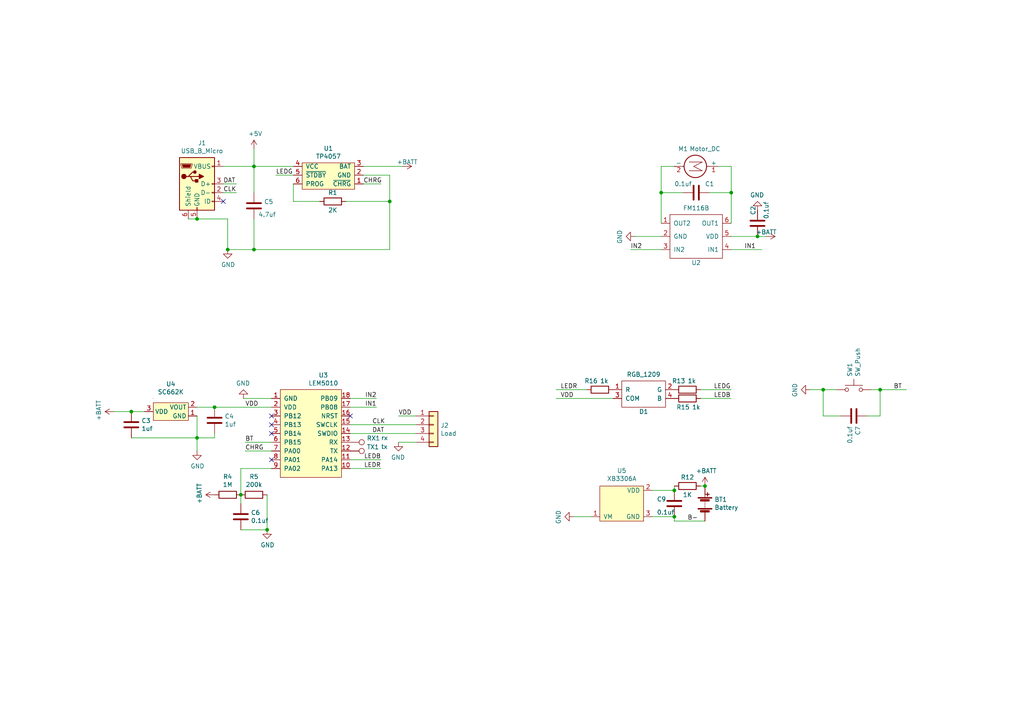
<source format=kicad_sch>
(kicad_sch (version 20211123) (generator eeschema)
  (paper "A4")
  (title_block (title "BlueLock") (rev "1.0") (company "macronum"))
  (lib_symbols
    (symbol "Connector:TestPoint" (pin_numbers hide) (pin_names (offset 0.762) hide)
      (property "Reference" "TP" (at 0 6.858 0))
      (property "Value" "TestPoint" (at 0 5.08 0))
      (symbol "TestPoint_0_1"
        (circle (center 0 3.302) (radius 0.762))
      )
      (symbol "TestPoint_1_1"
        (pin passive line (at 0 0 90) (length 2.54) (name "1") (number "1"))
      )
    )
    (symbol "Connector:USB_B_Micro" (pin_names (offset 1.016))
      (property "Reference" "J" (at -5.08 11.43 0))
      (property "Value" "USB_B_Micro" (at -5.08 8.89 0))
      (symbol "USB_B_Micro_0_1"
        (rectangle (start -5.08 -7.62) (end 5.08 7.62) (stroke (width 0.254)) (fill (type background)))
        (circle (center -3.81 2.159) (radius 0.635) (stroke (width 0.254)) (fill (type outline)))
        (circle (center -0.635 3.429) (radius 0.381) (stroke (width 0.254)) (fill (type outline)))
        (rectangle (start -0.127 -7.62) (end 0.127 -6.858))
        (polyline (pts (xy -1.905 2.159) (xy 0.635 2.159)) (stroke (width 0.254)))
        (polyline (pts (xy -3.175 2.159) (xy -2.54 2.159) (xy -1.27 3.429) (xy -0.635 3.429)) (stroke (width 0.254)))
        (polyline (pts (xy -2.54 2.159) (xy -1.905 2.159) (xy -1.27 0.889) (xy 0 0.889)) (stroke (width 0.254)))
        (polyline (pts (xy 0.635 2.794) (xy 0.635 1.524) (xy 1.905 2.159) (xy 0.635 2.794)) (stroke (width 0.254)) (fill (type outline)))
        (polyline (pts (xy -4.318 5.588) (xy -1.778 5.588) (xy -2.032 4.826) (xy -4.064 4.826) (xy -4.318 5.588)) (fill (type outline)))
        (polyline (pts (xy -4.699 5.842) (xy -4.699 5.588) (xy -4.445 4.826) (xy -4.445 4.572) (xy -1.651 4.572) (xy -1.651 4.826) (xy -1.397 5.588) (xy -1.397 5.842) (xy -4.699 5.842)))
        (rectangle (start 0.254 1.27) (end -0.508 0.508) (stroke (width 0.254)) (fill (type outline)))
        (rectangle (start 5.08 -5.207) (end 4.318 -4.953))
        (rectangle (start 5.08 -2.667) (end 4.318 -2.413))
        (rectangle (start 5.08 -0.127) (end 4.318 0.127))
        (rectangle (start 5.08 4.953) (end 4.318 5.207))
      )
      (symbol "USB_B_Micro_1_1"
        (pin power_out line (at 7.62 5.08 180) (length 2.54) (name "VBUS") (number "1"))
        (pin bidirectional line (at 7.62 -2.54 180) (length 2.54) (name "D-") (number "2"))
        (pin bidirectional line (at 7.62 0 180) (length 2.54) (name "D+") (number "3"))
        (pin passive line (at 7.62 -5.08 180) (length 2.54) (name "ID") (number "4"))
        (pin power_out line (at 0 -10.16 90) (length 2.54) (name "GND") (number "5"))
        (pin passive line (at -2.54 -10.16 90) (length 2.54) (name "Shield") (number "6"))
      )
    )
    (symbol "Connector_Generic:Conn_01x04" (pin_names (offset 1.016) hide)
      (property "Reference" "J" (at 0 5.08 0))
      (property "Value" "Conn_01x04" (at 0 -7.62 0))
      (symbol "Conn_01x04_1_1"
        (rectangle (start -1.27 -4.953) (end 0 -5.207) (stroke (width 0.1524)))
        (rectangle (start -1.27 -2.413) (end 0 -2.667) (stroke (width 0.1524)))
        (rectangle (start -1.27 0.127) (end 0 -0.127) (stroke (width 0.1524)))
        (rectangle (start -1.27 2.667) (end 0 2.413) (stroke (width 0.1524)))
        (rectangle (start -1.27 3.81) (end 1.27 -6.35) (stroke (width 0.254)) (fill (type background)))
        (pin passive line (at -5.08 2.54 0) (length 3.81) (name "Pin_1") (number "1"))
        (pin passive line (at -5.08 0 0) (length 3.81) (name "Pin_2") (number "2"))
        (pin passive line (at -5.08 -2.54 0) (length 3.81) (name "Pin_3") (number "3"))
        (pin passive line (at -5.08 -5.08 0) (length 3.81) (name "Pin_4") (number "4"))
      )
    )
    (symbol "Custom:FM116B" (pin_names (offset 1.016))
      (property "Reference" "U" (at 0 -7.62 0))
      (property "Value" "Custom_FM116B" (at 0 7.62 0))
      (symbol "FM116B_0_0"
        (pin unspecified line (at -10.16 0 0) (length 2.54) (name "GND") (number "2"))
        (pin unspecified line (at -10.16 -3.81 0) (length 2.54) (name "IN2") (number "3"))
        (pin unspecified line (at 10.16 -3.81 180) (length 2.54) (name "IN1") (number "4"))
        (pin unspecified line (at 10.16 0 180) (length 2.54) (name "VDD") (number "5"))
        (pin unspecified line (at 10.16 3.81 180) (length 2.54) (name "OUT1") (number "6"))
      )
      (symbol "FM116B_0_1"
        (rectangle (start -7.62 6.35) (end 7.62 -6.35))
      )
      (symbol "FM116B_1_1"
        (pin unspecified line (at -10.16 3.81 0) (length 2.54) (name "OUT2") (number "1"))
      )
    )
    (symbol "Custom:LEM5010" (pin_names (offset 1.016))
      (property "Reference" "U" (at 0 13.97 0))
      (property "Value" "Custom_LEM5010" (at 0 -13.97 0))
      (symbol "LEM5010_0_1"
        (rectangle (start -8.89 12.7) (end 8.89 -12.7) (fill (type background)))
        (rectangle (start 19.05 -6.35) (end 19.05 -6.35))
      )
      (symbol "LEM5010_1_1"
        (pin power_in line (at -11.43 10.16 0) (length 2.54) (name "GND") (number "1"))
        (pin bidirectional line (at 11.43 -10.16 180) (length 2.54) (name "PA13") (number "10"))
        (pin bidirectional line (at 11.43 -7.62 180) (length 2.54) (name "PA14") (number "11"))
        (pin bidirectional line (at 11.43 -5.08 180) (length 2.54) (name "TX") (number "12"))
        (pin bidirectional line (at 11.43 -2.54 180) (length 2.54) (name "RX") (number "13"))
        (pin bidirectional line (at 11.43 0 180) (length 2.54) (name "SWDIO") (number "14"))
        (pin bidirectional line (at 11.43 2.54 180) (length 2.54) (name "SWCLK") (number "15"))
        (pin bidirectional line (at 11.43 5.08 180) (length 2.54) (name "NRST") (number "16"))
        (pin bidirectional line (at 11.43 7.62 180) (length 2.54) (name "PB08") (number "17"))
        (pin bidirectional line (at 11.43 10.16 180) (length 2.54) (name "PB09") (number "18"))
        (pin power_in line (at -11.43 7.62 0) (length 2.54) (name "VDD") (number "2"))
        (pin bidirectional line (at -11.43 5.08 0) (length 2.54) (name "PB12") (number "3"))
        (pin bidirectional line (at -11.43 2.54 0) (length 2.54) (name "PB13") (number "4"))
        (pin bidirectional line (at -11.43 0 0) (length 2.54) (name "PB14") (number "5"))
        (pin bidirectional line (at -11.43 -2.54 0) (length 2.54) (name "PB15") (number "6"))
        (pin bidirectional line (at -11.43 -5.08 0) (length 2.54) (name "PA00") (number "7"))
        (pin bidirectional line (at -11.43 -7.62 0) (length 2.54) (name "PA01") (number "8"))
        (pin bidirectional line (at -11.43 -10.16 0) (length 2.54) (name "PA02") (number "9"))
      )
    )
    (symbol "Custom:RGB_1209" (pin_names (offset 1.016))
      (property "Reference" "D" (at 0 -5.08 0))
      (property "Value" "Custom_RGB_1209" (at 0 5.08 0))
      (symbol "RGB_1209_0_0"
        (pin bidirectional line (at 8.89 1.27 180) (length 2.54) (name "G") (number "2"))
        (pin bidirectional line (at -8.89 -1.27 0) (length 2.54) (name "COM") (number "3"))
        (pin bidirectional line (at 8.89 -1.27 180) (length 2.54) (name "B") (number "4"))
      )
      (symbol "RGB_1209_0_1"
        (rectangle (start -6.35 3.81) (end 6.35 -3.81))
      )
      (symbol "RGB_1209_1_1"
        (pin bidirectional line (at -8.89 1.27 0) (length 2.54) (name "R") (number "1"))
      )
    )
    (symbol "Custom:SC662K"
      (property "Reference" "U" (at 0 5.08 0))
      (property "Value" "Custom_SC662K" (at 0 -2.54 0))
      (symbol "SC662K_0_1"
        (rectangle (start -5.08 3.81) (end 5.08 -1.27) (fill (type background)))
        (rectangle (start 5.08 -2.54) (end 5.08 -2.54))
      )
      (symbol "SC662K_1_1"
        (pin power_in line (at -7.62 2.54 0) (length 2.54) (name "GND") (number "1"))
        (pin power_out line (at -7.62 0 0) (length 2.54) (name "VOUT") (number "2"))
        (pin power_in line (at 7.62 1.27 180) (length 2.54) (name "VDD") (number "3"))
      )
    )
    (symbol "Custom:TP4057" (pin_names (offset 1.016))
      (property "Reference" "U" (at 0 5.08 0))
      (property "Value" "Custom_TP4057" (at 0 -5.08 0))
      (symbol "TP4057_0_1"
        (rectangle (start -7.62 4.064) (end 7.62 -3.556) (fill (type background)))
      )
      (symbol "TP4057_1_1"
        (pin output line (at -10.16 2.54 0) (length 2.54) (name "~{CHRG}") (number "1"))
        (pin power_in line (at -10.16 0 0) (length 2.54) (name "GND") (number "2"))
        (pin power_out line (at -10.16 -2.54 0) (length 2.54) (name "BAT") (number "3"))
        (pin power_in line (at 10.16 -2.54 180) (length 2.54) (name "VCC") (number "4"))
        (pin output line (at 10.16 0 180) (length 2.54) (name "~{STDBY}") (number "5"))
        (pin bidirectional line (at 10.16 2.54 180) (length 2.54) (name "PROG") (number "6"))
      )
    )
    (symbol "Custom:XB3306A" (pin_names (offset 1.016))
      (property "Reference" "U" (at 0 6.35 0))
      (property "Value" "Custom_XB3306A" (at 0 -6.35 0))
      (symbol "XB3306A_0_1"
        (rectangle (start -6.35 5.08) (end 6.35 -5.08) (fill (type background)))
      )
      (symbol "XB3306A_1_1"
        (pin power_out line (at -8.89 -3.81 0) (length 2.54) (name "VM") (number "1"))
        (pin power_in line (at 8.89 3.81 180) (length 2.54) (name "VDD") (number "2"))
        (pin power_in line (at 8.89 -3.81 180) (length 2.54) (name "GND") (number "3"))
      )
    )
    (symbol "Device:Battery" (pin_numbers hide) (pin_names (offset 0) hide)
      (property "Reference" "BT" (at 2.54 2.54 0))
      (property "Value" "Battery" (at 2.54 0 0))
      (symbol "Battery_0_1"
        (rectangle (start -2.032 -1.397) (end 2.032 -1.651) (fill (type outline)))
        (rectangle (start -2.032 1.778) (end 2.032 1.524) (fill (type outline)))
        (rectangle (start -1.3208 -1.9812) (end 1.27 -2.4892) (fill (type outline)))
        (rectangle (start -1.3208 1.1938) (end 1.27 0.6858) (fill (type outline)))
        (polyline (pts (xy 0 -1.524) (xy 0 -1.27)))
        (polyline (pts (xy 0 -1.016) (xy 0 -0.762)))
        (polyline (pts (xy 0 -0.508) (xy 0 -0.254)))
        (polyline (pts (xy 0 0) (xy 0 0.254)))
        (polyline (pts (xy 0 0.508) (xy 0 0.762)))
        (polyline (pts (xy 0 1.778) (xy 0 2.54)))
        (polyline (pts (xy 0.254 2.667) (xy 1.27 2.667)) (stroke (width 0.254)))
        (polyline (pts (xy 0.762 3.175) (xy 0.762 2.159)) (stroke (width 0.254)))
      )
      (symbol "Battery_1_1"
        (pin passive line (at 0 5.08 270) (length 2.54) (name "+") (number "1"))
        (pin passive line (at 0 -5.08 90) (length 2.54) (name "-") (number "2"))
      )
    )
    (symbol "Device:C" (pin_numbers hide) (pin_names (offset 0.254))
      (property "Reference" "C" (at 0.635 2.54 0))
      (property "Value" "C" (at 0.635 -2.54 0))
      (symbol "C_0_1"
        (polyline (pts (xy -2.032 -0.762) (xy 2.032 -0.762)) (stroke (width 0.508)))
        (polyline (pts (xy -2.032 0.762) (xy 2.032 0.762)) (stroke (width 0.508)))
      )
      (symbol "C_1_1"
        (pin passive line (at 0 3.81 270) (length 2.794) (name "~") (number "1"))
        (pin passive line (at 0 -3.81 90) (length 2.794) (name "~") (number "2"))
      )
    )
    (symbol "Device:R" (pin_numbers hide) (pin_names (offset 0))
      (property "Reference" "R" (at 2.032 0 90))
      (property "Value" "R" (at 0 0 90))
      (symbol "R_0_1"
        (rectangle (start -1.016 -2.54) (end 1.016 2.54) (stroke (width 0.254)))
      )
      (symbol "R_1_1"
        (pin passive line (at 0 3.81 270) (length 1.27) (name "~") (number "1"))
        (pin passive line (at 0 -3.81 90) (length 1.27) (name "~") (number "2"))
      )
    )
    (symbol "Motor:Motor_DC" (pin_names (offset 0))
      (property "Reference" "M" (at 2.54 2.54 0))
      (property "Value" "Motor_DC" (at 2.54 -5.08 0))
      (symbol "Motor_DC_0_0"
        (polyline (pts (xy -1.27 -3.302) (xy -1.27 0.508) (xy 0 -2.032) (xy 1.27 0.508) (xy 1.27 -3.302)))
      )
      (symbol "Motor_DC_0_1"
        (circle (center 0 -1.524) (radius 3.2512) (stroke (width 0.254)))
        (polyline (pts (xy 0 -7.62) (xy 0 -7.112)))
        (polyline (pts (xy 0 -4.7752) (xy 0 -5.1816)))
        (polyline (pts (xy 0 1.7272) (xy 0 2.0828)))
        (polyline (pts (xy 0 2.032) (xy 0 2.54)))
      )
      (symbol "Motor_DC_1_1"
        (pin passive line (at 0 5.08 270) (length 2.54) (name "+") (number "1"))
        (pin passive line (at 0 -7.62 90) (length 2.54) (name "-") (number "2"))
      )
    )
    (symbol "Switch:SW_Push" (pin_numbers hide) (pin_names (offset 1.016) hide)
      (property "Reference" "SW" (at 1.27 2.54 0))
      (property "Value" "SW_Push" (at 0 -1.524 0))
      (symbol "SW_Push_0_1"
        (circle (center -2.032 0) (radius 0.508))
        (polyline (pts (xy 0 1.27) (xy 0 3.048)))
        (polyline (pts (xy 2.54 1.27) (xy -2.54 1.27)))
        (circle (center 2.032 0) (radius 0.508))
        (pin passive line (at -5.08 0 0) (length 2.54) (name "1") (number "1"))
        (pin passive line (at 5.08 0 180) (length 2.54) (name "2") (number "2"))
      )
    )
    (symbol "power:+5V" (power) (pin_names (offset 0))
      (property "Value" "+5V" (at 0 3.556 0))
      (symbol "+5V_0_1"
        (polyline (pts (xy -0.762 1.27) (xy 0 2.54)))
        (polyline (pts (xy 0 0) (xy 0 2.54)))
        (polyline (pts (xy 0 2.54) (xy 0.762 1.27)))
      )
      (symbol "+5V_1_1"
        (pin power_in line (at 0 0 90) (length 0) hide (name "+5V") (number "1"))
      )
    )
    (symbol "power:+BATT" (power) (pin_names (offset 0))
      (property "Value" "+BATT" (at 0 3.556 0))
      (symbol "+BATT_0_1"
        (polyline (pts (xy -0.762 1.27) (xy 0 2.54)))
        (polyline (pts (xy 0 0) (xy 0 2.54)))
        (polyline (pts (xy 0 2.54) (xy 0.762 1.27)))
      )
      (symbol "+BATT_1_1"
        (pin power_in line (at 0 0 90) (length 0) hide (name "+BATT") (number "1"))
      )
    )
    (symbol "power:GND" (power) (pin_names (offset 0))
      (property "Value" "GND" (at 0 -3.81 0))
      (symbol "GND_0_1"
        (polyline (pts (xy 0 0) (xy 0 -1.27) (xy 1.27 -1.27) (xy 0 -2.54) (xy -1.27 -1.27) (xy 0 -1.27)))
      )
      (symbol "GND_1_1"
        (pin power_in line (at 0 0 270) (length 0) hide (name "GND") (number "1"))
      )
    )
  )
  (junction (at 255.27 113.03))
  (junction (at 73.66 72.39))
  (junction (at 238.76 113.03))
  (junction (at 219.71 68.58))
  (junction (at 62.23 118.11))
  (junction (at 204.47 140.97))
  (junction (at 69.85 143.51))
  (junction (at 195.58 149.86))
  (junction (at 77.47 153.67))
  (junction (at 66.04 72.39))
  (junction (at 73.66 48.26))
  (junction (at 191.77 55.88))
  (junction (at 57.15 63.5))
  (junction (at 195.58 142.24))
  (junction (at 57.15 127))
  (junction (at 38.1 119.38))
  (junction (at 113.03 58.42))
  (junction (at 212.09 55.88))
  (no_connect (at 78.74 120.65))
  (no_connect (at 101.6 120.65))
  (no_connect (at 78.74 125.73))
  (no_connect (at 64.77 58.42))
  (no_connect (at 78.74 123.19))
  (no_connect (at 78.74 133.35))
  (wire (pts (xy 85.09 58.42) (xy 92.71 58.42)))
  (wire (pts (xy 69.85 153.67) (xy 77.47 153.67)))
  (wire (pts (xy 203.2 140.97) (xy 204.47 140.97)))
  (wire (pts (xy 113.03 50.8) (xy 113.03 58.42)))
  (wire (pts (xy 234.95 113.03) (xy 238.76 113.03)))
  (wire (pts (xy 252.73 113.03) (xy 255.27 113.03)))
  (wire (pts (xy 64.77 55.88) (xy 68.58 55.88)))
  (wire (pts (xy 70.612 115.57) (xy 78.74 115.57)))
  (wire (pts (xy 33.02 119.38) (xy 38.1 119.38)))
  (wire (pts (xy 57.15 127) (xy 62.23 127)))
  (wire (pts (xy 105.41 53.34) (xy 110.49 53.34)))
  (wire (pts (xy 38.1 119.38) (xy 41.91 119.38)))
  (wire (pts (xy 73.66 48.26) (xy 85.09 48.26)))
  (wire (pts (xy 238.76 113.03) (xy 242.57 113.03)))
  (wire (pts (xy 101.6 123.19) (xy 120.65 123.19)))
  (wire (pts (xy 184.15 68.58) (xy 191.77 68.58)))
  (wire (pts (xy 195.58 151.13) (xy 204.47 151.13)))
  (wire (pts (xy 189.23 149.86) (xy 195.58 149.86)))
  (wire (pts (xy 54.61 63.5) (xy 57.15 63.5)))
  (wire (pts (xy 170.18 113.03) (xy 161.29 113.03)))
  (wire (pts (xy 101.6 133.35) (xy 110.49 133.35)))
  (wire (pts (xy 38.1 127) (xy 57.15 127)))
  (wire (pts (xy 255.27 120.65) (xy 255.27 113.03)))
  (wire (pts (xy 100.33 58.42) (xy 113.03 58.42)))
  (wire (pts (xy 203.2 113.03) (xy 212.09 113.03)))
  (wire (pts (xy 177.8 115.57) (xy 161.29 115.57)))
  (wire (pts (xy 66.04 63.5) (xy 57.15 63.5)))
  (wire (pts (xy 71.12 128.27) (xy 78.74 128.27)))
  (wire (pts (xy 166.37 149.86) (xy 171.45 149.86)))
  (wire (pts (xy 182.88 72.39) (xy 191.77 72.39)))
  (wire (pts (xy 238.76 120.65) (xy 238.76 113.03)))
  (wire (pts (xy 115.57 128.27) (xy 120.65 128.27)))
  (wire (pts (xy 243.84 120.65) (xy 238.76 120.65)))
  (wire (pts (xy 57.15 118.11) (xy 62.23 118.11)))
  (wire (pts (xy 109.22 118.11) (xy 101.6 118.11)))
  (wire (pts (xy 191.77 55.88) (xy 191.77 48.26)))
  (wire (pts (xy 191.77 48.26) (xy 195.58 48.26)))
  (wire (pts (xy 212.09 64.77) (xy 212.09 55.88)))
  (wire (pts (xy 69.85 135.89) (xy 78.74 135.89)))
  (wire (pts (xy 73.66 63.5) (xy 73.66 72.39)))
  (wire (pts (xy 212.09 48.26) (xy 208.28 48.26)))
  (wire (pts (xy 101.6 125.73) (xy 120.65 125.73)))
  (wire (pts (xy 203.2 115.57) (xy 212.09 115.57)))
  (wire (pts (xy 73.66 72.39) (xy 113.03 72.39)))
  (wire (pts (xy 105.41 50.8) (xy 113.03 50.8)))
  (wire (pts (xy 251.46 120.65) (xy 255.27 120.65)))
  (wire (pts (xy 195.58 149.86) (xy 195.58 151.13)))
  (wire (pts (xy 219.71 68.58) (xy 222.25 68.58)))
  (wire (pts (xy 57.15 127) (xy 57.15 130.81)))
  (wire (pts (xy 57.15 120.65) (xy 57.15 127)))
  (wire (pts (xy 73.66 48.26) (xy 73.66 55.88)))
  (wire (pts (xy 191.77 55.88) (xy 198.12 55.88)))
  (wire (pts (xy 255.27 113.03) (xy 262.89 113.03)))
  (wire (pts (xy 212.09 55.88) (xy 212.09 48.26)))
  (wire (pts (xy 115.57 120.65) (xy 120.65 120.65)))
  (wire (pts (xy 66.04 72.39) (xy 73.66 72.39)))
  (wire (pts (xy 105.41 48.26) (xy 116.84 48.26)))
  (wire (pts (xy 80.01 50.8) (xy 85.09 50.8)))
  (wire (pts (xy 71.12 130.81) (xy 78.74 130.81)))
  (wire (pts (xy 195.58 142.24) (xy 195.58 140.97)))
  (wire (pts (xy 189.23 142.24) (xy 195.58 142.24)))
  (wire (pts (xy 66.04 63.5) (xy 66.04 72.39)))
  (wire (pts (xy 77.47 153.67) (xy 77.47 143.51)))
  (wire (pts (xy 109.22 115.57) (xy 101.6 115.57)))
  (wire (pts (xy 212.09 68.58) (xy 219.71 68.58)))
  (wire (pts (xy 69.85 146.05) (xy 69.85 143.51)))
  (wire (pts (xy 62.23 127) (xy 62.23 125.73)))
  (wire (pts (xy 73.66 48.26) (xy 73.66 43.18)))
  (wire (pts (xy 64.77 48.26) (xy 73.66 48.26)))
  (wire (pts (xy 69.85 143.51) (xy 69.85 135.89)))
  (wire (pts (xy 62.23 118.11) (xy 78.74 118.11)))
  (wire (pts (xy 64.77 53.34) (xy 68.58 53.34)))
  (wire (pts (xy 205.74 55.88) (xy 212.09 55.88)))
  (wire (pts (xy 212.09 72.39) (xy 220.98 72.39)))
  (wire (pts (xy 191.77 64.77) (xy 191.77 55.88)))
  (wire (pts (xy 85.09 53.34) (xy 85.09 58.42)))
  (wire (pts (xy 101.6 135.89) (xy 110.49 135.89)))
  (wire (pts (xy 113.03 58.42) (xy 113.03 72.39)))
  (label "BT" (at 261.62 113.03 180))
  (label "VDD" (at 115.57 120.65 0))
  (label "LEDR" (at 110.49 135.89 180))
  (label "VDD" (at 71.12 118.11 0))
  (label "B-" (at 199.39 151.13 0))
  (label "LEDB" (at 207.01 115.57 0))
  (label "IN2" (at 182.88 72.39 0))
  (label "IN1" (at 109.22 118.11 180))
  (label "DAT" (at 64.77 53.34 0))
  (label "DAT" (at 107.95 125.73 0))
  (label "LEDR" (at 162.56 113.03 0))
  (label "LEDG" (at 80.01 50.8 0))
  (label "LEDB" (at 110.49 133.35 180))
  (label "LEDG" (at 207.01 113.03 0))
  (label "IN1" (at 215.9 72.39 0))
  (label "CHRG" (at 105.41 53.34 0))
  (label "BT" (at 71.12 128.27 0))
  (label "VDD" (at 162.56 115.57 0))
  (label "CLK" (at 107.95 123.19 0))
  (label "IN2" (at 109.22 115.57 180))
  (label "CLK" (at 64.77 55.88 0))
  (label "CHRG" (at 71.12 130.81 0))
  (symbol (lib_id "Device:Battery") (at 204.47 146.05 0) (unit 1)
    (property "Reference" "BT1" (at 207.2132 144.8816 0) (effects (justify left)))
    (property "Value" "Battery" (at 207.2132 147.193 0) (effects (justify left)))
    (property "Footprint" "Custom:Pin_2_wide" (effects hide))
  )
  (symbol (lib_id "Custom:TP4057") (at 95.25 50.8 180) (unit 1)
    (property "Reference" "U1" (at 95.25 43.053 0))
    (property "Value" "TP4057" (at 95.25 45.3644 0))
    (property "Footprint" "Package_TO_SOT_SMD:SOT-23-6" (effects hide))
  )
  (symbol (lib_id "Device:R") (at 96.52 58.42 90) (unit 1)
    (property "Reference" "R1" (at 96.52 55.88 90))
    (property "Value" "2K" (at 96.52 60.96 90))
    (property "Footprint" "Resistor_SMD:R_0603_1608Metric" (effects hide))
  )
  (symbol (lib_id "Custom:LEM5010") (at 90.17 125.73 0) (unit 1)
    (property "Reference" "U3" (at 93.7768 108.839 0))
    (property "Value" "LEM5010" (at 93.7768 111.1504 0))
    (property "Footprint" "Custom:LEM5010" (effects hide))
  )
  (symbol (lib_id "power:GND") (at 70.612 115.57 180) (unit 1)
    (property "Reference" "#PWR0103" (effects hide))
    (property "Value" "GND" (at 70.485 111.1758 0))
  )
  (symbol (lib_id "power:+BATT") (at 116.84 48.26 270) (unit 1)
    (property "Reference" "#PWR0104" (effects hide))
    (property "Value" "+BATT" (at 118.11 46.99 90))
  )
  (symbol (lib_id "Connector_Generic:Conn_01x04") (at 125.73 123.19 0) (unit 1)
    (property "Reference" "J2" (at 127.762 123.3932 0) (effects (justify left)))
    (property "Value" "Load" (at 127.762 125.7046 0) (effects (justify left)))
    (property "Footprint" "Connector_PinHeader_2.54mm:PinHeader_1x04_P2.54mm_Vertical" (effects hide))
  )
  (symbol (lib_id "power:GND") (at 115.57 128.27 0) (mirror y) (unit 1)
    (property "Reference" "#PWR0107" (effects hide))
    (property "Value" "GND" (at 115.443 132.6642 0))
  )
  (symbol (lib_id "Device:C") (at 73.66 59.69 0) (unit 1)
    (property "Reference" "C5" (at 76.581 58.5216 0) (effects (justify left)))
    (property "Value" "4.7uf" (at 74.93 62.23 0) (effects (justify left)))
    (property "Footprint" "Capacitor_SMD:C_0603_1608Metric" (effects hide))
  )
  (symbol (lib_id "power:GND") (at 66.04 72.39 0) (unit 1)
    (property "Reference" "#PWR0108" (effects hide))
    (property "Value" "GND" (at 66.167 76.7842 0))
  )
  (symbol (lib_id "Custom:SC662K") (at 49.53 118.11 180) (unit 1)
    (property "Reference" "U4" (at 49.53 111.379 0))
    (property "Value" "SC662K" (at 49.53 113.6904 0))
    (property "Footprint" "Package_TO_SOT_SMD:SOT-23" (effects hide))
  )
  (symbol (lib_id "power:+BATT") (at 33.02 119.38 90) (unit 1)
    (property "Reference" "#PWR0105" (effects hide))
    (property "Value" "+BATT" (at 28.6258 118.999 0))
  )
  (symbol (lib_id "power:GND") (at 57.15 130.81 0) (unit 1)
    (property "Reference" "#PWR0106" (effects hide))
    (property "Value" "GND" (at 57.277 135.2042 0))
  )
  (symbol (lib_id "Device:C") (at 62.23 121.92 0) (unit 1)
    (property "Reference" "C4" (at 65.151 120.7516 0) (effects (justify left)))
    (property "Value" "1uf" (at 65.151 123.063 0) (effects (justify left)))
    (property "Footprint" "Capacitor_SMD:C_0603_1608Metric" (effects hide))
  )
  (symbol (lib_id "Device:C") (at 38.1 123.19 0) (unit 1)
    (property "Reference" "C3" (at 41.021 122.0216 0) (effects (justify left)))
    (property "Value" "1uf" (at 41.021 124.333 0) (effects (justify left)))
    (property "Footprint" "Capacitor_SMD:C_0603_1608Metric" (effects hide))
  )
  (symbol (lib_id "Device:R") (at 66.04 143.51 270) (unit 1)
    (property "Reference" "R4" (at 66.04 138.2522 90))
    (property "Value" "1M" (at 66.04 140.5636 90))
    (property "Footprint" "Resistor_SMD:R_0603_1608Metric" (effects hide))
  )
  (symbol (lib_id "Device:R") (at 73.66 143.51 270) (unit 1)
    (property "Reference" "R5" (at 73.66 138.2522 90))
    (property "Value" "200k" (at 73.66 140.5636 90))
    (property "Footprint" "Resistor_SMD:R_0603_1608Metric" (effects hide))
  )
  (symbol (lib_id "Device:C") (at 69.85 149.86 0) (unit 1)
    (property "Reference" "C6" (at 72.771 148.6916 0) (effects (justify left)))
    (property "Value" "0.1uf" (at 72.771 151.003 0) (effects (justify left)))
    (property "Footprint" "Capacitor_SMD:C_0603_1608Metric" (effects hide))
  )
  (symbol (lib_id "power:+BATT") (at 62.23 143.51 90) (unit 1)
    (property "Reference" "#PWR01" (effects hide))
    (property "Value" "+BATT" (at 57.8358 143.129 0))
  )
  (symbol (lib_id "power:GND") (at 77.47 153.67 0) (unit 1)
    (property "Reference" "#PWR02" (effects hide))
    (property "Value" "GND" (at 77.597 158.0642 0))
  )
  (symbol (lib_id "power:+5V") (at 73.66 43.18 0) (unit 1)
    (property "Reference" "#PWR0109" (effects hide))
    (property "Value" "+5V" (at 74.041 38.7858 0))
  )
  (symbol (lib_id "Motor:Motor_DC") (at 203.2 48.26 270) (unit 1)
    (property "Reference" "M1" (at 198.12 43.18 90))
    (property "Value" "Motor_DC" (at 204.47 43.18 90))
    (property "Footprint" "Custom:Pin_2_wide" (effects hide))
  )
  (symbol (lib_id "Connector:TestPoint") (at 101.6 128.27 270) (unit 1)
    (property "Reference" "RX1" (at 106.3752 127.1016 90) (effects (justify left)))
    (property "Value" "rx" (at 110.49 127 90) (effects (justify left)))
    (property "Footprint" "TestPoint:TestPoint_Pad_1.0x1.0mm" (effects hide))
  )
  (symbol (lib_id "Connector:TestPoint") (at 101.6 130.81 270) (unit 1)
    (property "Reference" "TX1" (at 106.3752 129.6416 90) (effects (justify left)))
    (property "Value" "tx" (at 110.49 129.54 90) (effects (justify left)))
    (property "Footprint" "TestPoint:TestPoint_Pad_1.0x1.0mm" (effects hide))
  )
  (symbol (lib_id "Device:R") (at 199.39 115.57 90) (unit 1)
    (property "Reference" "R15" (at 198.12 118.11 90))
    (property "Value" "1k" (at 201.93 118.11 90))
    (property "Footprint" "Resistor_SMD:R_0603_1608Metric" (effects hide))
  )
  (symbol (lib_id "Device:R") (at 173.99 113.03 270) (unit 1)
    (property "Reference" "R16" (at 171.45 110.49 90))
    (property "Value" "1k" (at 175.26 110.49 90))
    (property "Footprint" "Resistor_SMD:R_0603_1608Metric" (effects hide))
  )
  (symbol (lib_id "Switch:SW_Push") (at 247.65 113.03 0) (unit 1)
    (property "Reference" "SW1" (at 246.4816 109.2708 90) (effects (justify left)))
    (property "Value" "SW_Push" (at 248.793 109.2708 90) (effects (justify left)))
    (property "Footprint" "Custom:SW_6x6" (effects hide))
  )
  (symbol (lib_id "Device:C") (at 247.65 120.65 270) (unit 1)
    (property "Reference" "C7" (at 248.8184 123.571 0) (effects (justify left)))
    (property "Value" "0.1uf" (at 246.507 123.571 0) (effects (justify left)))
    (property "Footprint" "Capacitor_SMD:C_0603_1608Metric" (effects hide))
  )
  (symbol (lib_id "Connector:USB_B_Micro") (at 57.15 53.34 0) (unit 1)
    (property "Reference" "J1" (at 58.5978 41.4782 0))
    (property "Value" "USB_B_Micro" (at 58.5978 43.7896 0))
    (property "Footprint" "Connector_USB:USB_Micro-B_Molex-105017-0001" (effects hide))
  )
  (symbol (lib_id "power:GND") (at 184.15 68.58 270) (unit 1)
    (property "Reference" "#PWR0110" (effects hide))
    (property "Value" "GND" (at 179.7558 68.707 0))
  )
  (symbol (lib_id "power:GND") (at 234.95 113.03 270) (unit 1)
    (property "Reference" "#PWR05" (effects hide))
    (property "Value" "GND" (at 230.5558 113.157 0))
  )
  (symbol (lib_id "Custom:XB3306A") (at 180.34 146.05 0) (unit 1)
    (property "Reference" "U5" (at 180.34 136.525 0))
    (property "Value" "XB3306A" (at 180.34 138.8364 0))
    (property "Footprint" "Package_TO_SOT_SMD:SOT-23" (effects hide))
  )
  (symbol (lib_id "Device:R") (at 199.39 140.97 90) (unit 1)
    (property "Reference" "R12" (at 199.39 138.43 90))
    (property "Value" "1K" (at 199.39 143.51 90))
    (property "Footprint" "Resistor_SMD:R_0603_1608Metric" (effects hide))
  )
  (symbol (lib_id "Device:C") (at 195.58 146.05 0) (unit 1)
    (property "Reference" "C9" (at 190.5 144.78 0) (effects (justify left)))
    (property "Value" "0.1uf" (at 190.5 148.59 0) (effects (justify left)))
    (property "Footprint" "Capacitor_SMD:C_0603_1608Metric" (effects hide))
  )
  (symbol (lib_id "power:GND") (at 166.37 149.86 270) (unit 1)
    (property "Reference" "#PWR0111" (effects hide))
    (property "Value" "GND" (at 161.9758 149.987 0))
  )
  (symbol (lib_id "power:+BATT") (at 204.47 140.97 0) (unit 1)
    (property "Reference" "#PWR0112" (effects hide))
    (property "Value" "+BATT" (at 204.851 136.5758 0))
  )
  (symbol (lib_id "Custom:RGB_1209") (at 186.69 114.3 0) (unit 1)
    (property "Reference" "D1" (at 186.69 119.38 0))
    (property "Value" "RGB_1209" (at 186.69 108.6104 0))
    (property "Footprint" "Custom:RGB_1209" (effects hide))
  )
  (symbol (lib_id "Device:R") (at 199.39 113.03 90) (unit 1)
    (property "Reference" "R13" (at 196.85 110.49 90))
    (property "Value" "1k" (at 200.66 110.49 90))
    (property "Footprint" "Resistor_SMD:R_0603_1608Metric" (effects hide))
  )
  (symbol (lib_id "Custom:FM116B") (at 201.93 68.58 0) (unit 1)
    (property "Reference" "U2" (at 201.93 76.2 0))
    (property "Value" "FM116B" (at 201.93 60.3504 0))
    (property "Footprint" "Package_TO_SOT_SMD:SOT-23-6" (effects hide))
  )
  (symbol (lib_id "Device:C") (at 201.93 55.88 270) (unit 1)
    (property "Reference" "C1" (at 204.47 53.34 90) (effects (justify left)))
    (property "Value" "0.1uf" (at 195.58 53.34 90) (effects (justify left)))
    (property "Footprint" "Capacitor_SMD:C_0603_1608Metric" (effects hide))
  )
  (symbol (lib_id "power:+BATT") (at 222.25 68.58 270) (unit 1)
    (property "Reference" "#PWR0101" (effects hide))
    (property "Value" "+BATT" (at 222.25 67.31 90))
  )
  (symbol (lib_id "Device:C") (at 219.71 64.77 180) (unit 1)
    (property "Reference" "C2" (at 218.44 59.69 90) (effects (justify left)))
    (property "Value" "0.1uf" (at 222.25 58.42 90) (effects (justify left)))
    (property "Footprint" "Capacitor_SMD:C_0603_1608Metric" (effects hide))
  )
  (symbol (lib_id "power:GND") (at 219.71 60.96 180) (unit 1)
    (property "Reference" "#PWR0102" (effects hide))
    (property "Value" "GND" (at 219.583 56.5658 0))
  )
)
</source>
